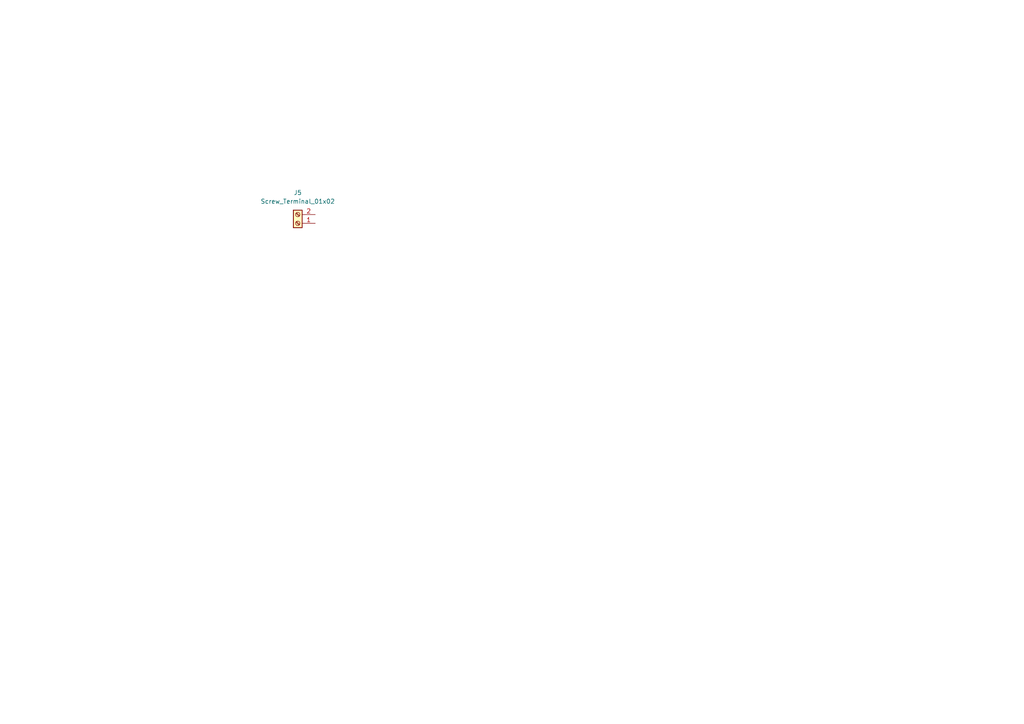
<source format=kicad_sch>
(kicad_sch (version 20250114) (generator "eeschema") (generator_version "9.0")
  (paper "A4")
  (lib_symbols
    (symbol "Connector:Screw_Terminal_01x02" (pin_names (offset 1.016) (hide yes))
      (property "Reference" "J" (at 0 2.54 0))
      (property "Value" "Screw_Terminal_01x02" (at 0 -5.08 0))
      (symbol "Screw_Terminal_01x02_1_1"
        (rectangle (start -1.27 1.27) (end 1.27 -3.81) (stroke (width 0.254)) (fill (type background)))
        (polyline (pts (xy -0.5334 0.3302) (xy 0.3302 -0.508)) (stroke (width 0.1524)))
        (polyline (pts (xy -0.5334 -2.2098) (xy 0.3302 -3.048)) (stroke (width 0.1524)))
        (polyline (pts (xy -0.3556 0.508) (xy 0.508 -0.3302)) (stroke (width 0.1524)))
        (polyline (pts (xy -0.3556 -2.032) (xy 0.508 -2.8702)) (stroke (width 0.1524)))
        (circle (center 0 0) (radius 0.635) (stroke (width 0.1524)))
        (circle (center 0 -2.54) (radius 0.635) (stroke (width 0.1524)))
        (pin passive line (at -5.08 0 0) (length 3.81) (name "Pin_1") (number "1"))
        (pin passive line (at -5.08 -2.54 0) (length 3.81) (name "Pin_2") (number "2"))
      )
    )
  )
  (symbol (lib_id "Connector:Screw_Terminal_01x02") (at 86.36 64.77 180) (unit 1)
    (property "Reference" "J5" (at 86.36 55.88 0))
    (property "Value" "Screw_Terminal_01x02" (at 86.36 58.42 0))
    (property "Footprint" "TerminalBlock:TerminalBlock_Altech_AK300-2_P5.00mm" (effects (hide yes)))
    (property "Description" "Generic screw terminal, single row, 01x02, script generated (kicad-library-utils/schlib/autogen/connector/)" (effects (hide yes)))
  )
)
</source>
